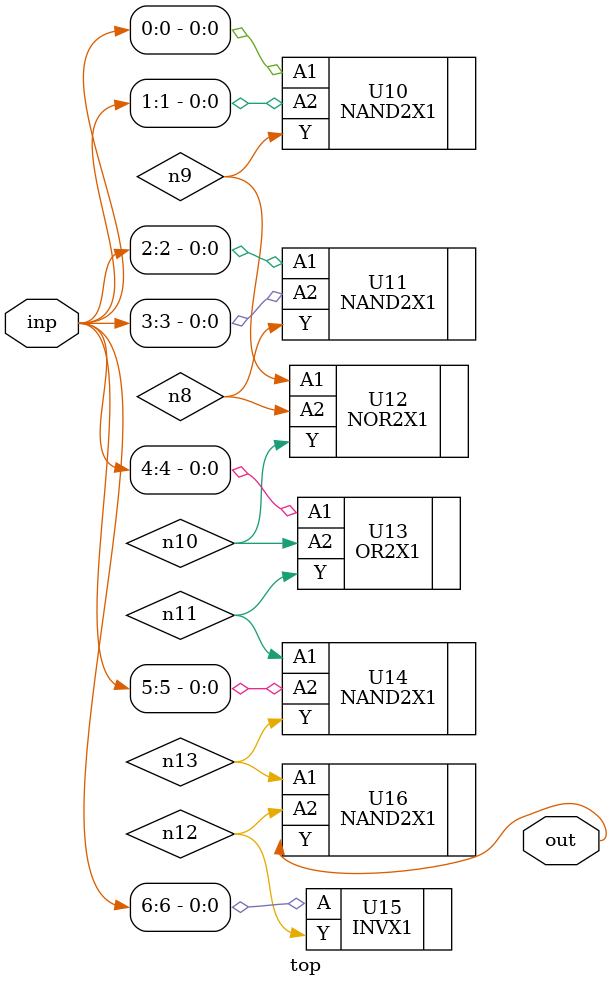
<source format=sv>


module top ( inp, out );
  input [6:0] inp;
  output out;
  wire   n8, n9, n10, n11, n12, n13;

  NAND2X1 U10 ( .A1(inp[0]), .A2(inp[1]), .Y(n9) );
  NAND2X1 U11 ( .A1(inp[2]), .A2(inp[3]), .Y(n8) );
  NOR2X1 U12 ( .A1(n9), .A2(n8), .Y(n10) );
  OR2X1 U13 ( .A1(inp[4]), .A2(n10), .Y(n11) );
  NAND2X1 U14 ( .A1(n11), .A2(inp[5]), .Y(n13) );
  INVX1 U15 ( .A(inp[6]), .Y(n12) );
  NAND2X1 U16 ( .A1(n13), .A2(n12), .Y(out) );
endmodule


</source>
